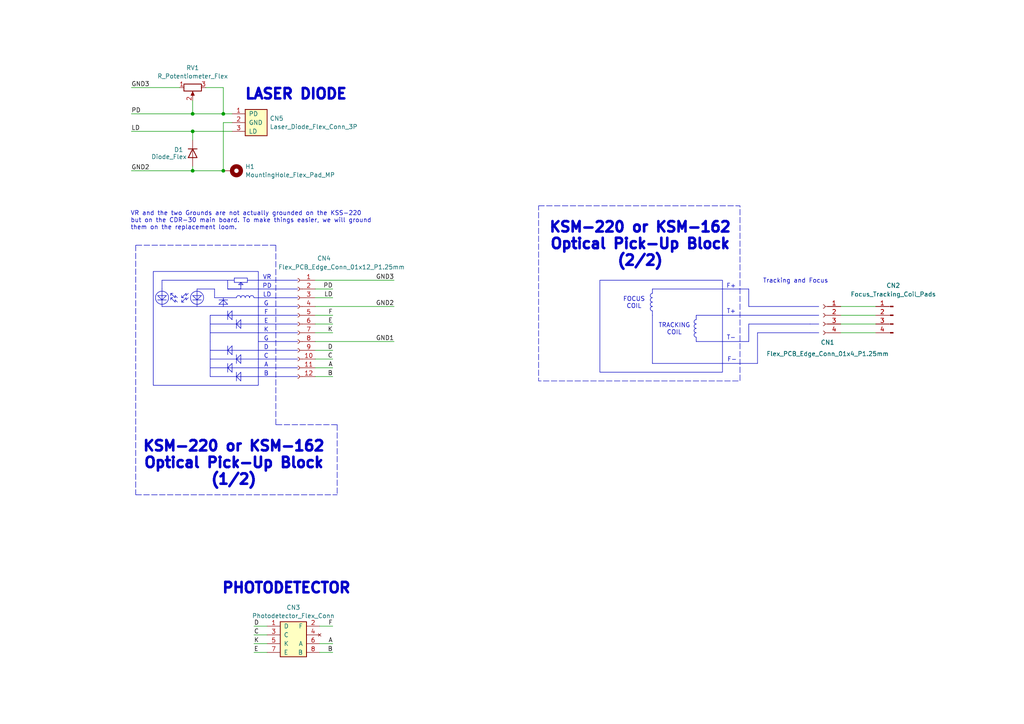
<source format=kicad_sch>
(kicad_sch (version 20231120) (generator "eeschema") (generator_version "8.0")
  (paper "A4")
  (title_block (title "KSS-220A Flexible PCBs") (date "2024-08-16") (rev "0.1"))
  (lib_symbols
    (symbol "PC-Engine_CDR-30:Diode_Flex" (pin_numbers hide) (pin_names (offset 1.016) hide)
      (property "Reference" "D" (at 0 2.54 0))
      (property "Value" "Diode_Flex" (at 0 -2.54 0))
      (symbol "Diode_Flex_0_1"
        (polyline (pts (xy -1.27 1.27) (xy -1.27 -1.27)) (stroke (width 0.254)))
        (polyline (pts (xy 1.27 0) (xy -1.27 0)))
        (polyline (pts (xy 1.27 1.27) (xy 1.27 -1.27) (xy -1.27 0) (xy 1.27 1.27)) (stroke (width 0.254)))
      )
      (symbol "Diode_Flex_1_1"
        (pin passive line (at -3.81 0 0) (length 2.54) (name "K") (number "1"))
        (pin passive line (at 3.81 0 180) (length 2.54) (name "A") (number "2"))
      )
    )
    (symbol "PC-Engine_CDR-30:Flex_PCB_Edge_Conn_01x12_P1.25mm" (pin_names (offset 1.016) hide)
      (property "Reference" "CN?" (at -3.556 16.256 0))
      (property "Value" "Flex_PCB_Edge_Conn_01x12_P1.25mm" (at 0.254 -20.32 0))
      (symbol "Flex_PCB_Edge_Conn_01x12_P1.25mm_1_1"
        (arc (start 0 -14.732) (mid -0.5058 -15.24) (end 0 -15.748) (stroke (width 0.1524)))
        (arc (start 0 -12.192) (mid -0.5058 -12.7) (end 0 -13.208) (stroke (width 0.1524)))
        (arc (start 0 -9.652) (mid -0.5058 -10.16) (end 0 -10.668) (stroke (width 0.1524)))
        (arc (start 0 -7.112) (mid -0.5058 -7.62) (end 0 -8.128) (stroke (width 0.1524)))
        (arc (start 0 -4.572) (mid -0.5058 -5.08) (end 0 -5.588) (stroke (width 0.1524)))
        (arc (start 0 -2.032) (mid -0.5058 -2.54) (end 0 -3.048) (stroke (width 0.1524)))
        (polyline (pts (xy -1.27 -15.24) (xy -0.508 -15.24)) (stroke (width 0.1524)))
        (polyline (pts (xy -1.27 -12.7) (xy -0.508 -12.7)) (stroke (width 0.1524)))
        (polyline (pts (xy -1.27 -10.16) (xy -0.508 -10.16)) (stroke (width 0.1524)))
        (polyline (pts (xy -1.27 -7.62) (xy -0.508 -7.62)) (stroke (width 0.1524)))
        (polyline (pts (xy -1.27 -5.08) (xy -0.508 -5.08)) (stroke (width 0.1524)))
        (polyline (pts (xy -1.27 -2.54) (xy -0.508 -2.54)) (stroke (width 0.1524)))
        (polyline (pts (xy -1.27 0) (xy -0.508 0)) (stroke (width 0.1524)))
        (polyline (pts (xy -1.27 2.54) (xy -0.508 2.54)) (stroke (width 0.1524)))
        (polyline (pts (xy -1.27 5.08) (xy -0.508 5.08)) (stroke (width 0.1524)))
        (polyline (pts (xy -1.27 7.62) (xy -0.508 7.62)) (stroke (width 0.1524)))
        (polyline (pts (xy -1.27 10.16) (xy -0.508 10.16)) (stroke (width 0.1524)))
        (polyline (pts (xy -1.27 12.7) (xy -0.508 12.7)) (stroke (width 0.1524)))
        (arc (start 0 0.508) (mid -0.5058 0) (end 0 -0.508) (stroke (width 0.1524)))
        (arc (start 0 3.048) (mid -0.5058 2.54) (end 0 2.032) (stroke (width 0.1524)))
        (arc (start 0 5.588) (mid -0.5058 5.08) (end 0 4.572) (stroke (width 0.1524)))
        (arc (start 0 8.128) (mid -0.5058 7.62) (end 0 7.112) (stroke (width 0.1524)))
        (arc (start 0 10.668) (mid -0.5058 10.16) (end 0 9.652) (stroke (width 0.1524)))
        (arc (start 0 13.208) (mid -0.5058 12.7) (end 0 12.192) (stroke (width 0.1524)))
        (pin passive line (at -5.08 12.7 0) (length 3.81) (name "Pin_1") (number "1"))
        (pin passive line (at -5.08 -10.16 0) (length 3.81) (name "Pin_10") (number "10"))
        (pin passive line (at -5.08 -12.7 0) (length 3.81) (name "Pin_11") (number "11"))
        (pin passive line (at -5.08 -15.24 0) (length 3.81) (name "Pin_12") (number "12"))
        (pin passive line (at -5.08 10.16 0) (length 3.81) (name "Pin_2") (number "2"))
        (pin passive line (at -5.08 7.62 0) (length 3.81) (name "Pin_3") (number "3"))
        (pin passive line (at -5.08 5.08 0) (length 3.81) (name "Pin_4") (number "4"))
        (pin passive line (at -5.08 2.54 0) (length 3.81) (name "Pin_5") (number "5"))
        (pin passive line (at -5.08 0 0) (length 3.81) (name "Pin_6") (number "6"))
        (pin passive line (at -5.08 -2.54 0) (length 3.81) (name "Pin_7") (number "7"))
        (pin passive line (at -5.08 -5.08 0) (length 3.81) (name "Pin_8") (number "8"))
        (pin passive line (at -5.08 -7.62 0) (length 3.81) (name "Pin_9") (number "9"))
      )
    )
    (symbol "PC-Engine_CDR-30:Flex_PCB_Edge_Conn_01x4_P1.25mm" (pin_names (offset 1.016) hide)
      (property "Reference" "J" (at 1.27 6.35 0))
      (property "Value" "Flex_PCB_Edge_Conn_01x4_P1.25mm" (at 0 -17.526 0))
      (symbol "Flex_PCB_Edge_Conn_01x4_P1.25mm_1_1"
        (polyline (pts (xy 0 -3.81) (xy 0.762 -3.81)) (stroke (width 0.1524)))
        (polyline (pts (xy 0 -1.27) (xy 0.762 -1.27)) (stroke (width 0.1524)))
        (polyline (pts (xy 0 1.27) (xy 0.762 1.27)) (stroke (width 0.1524)))
        (polyline (pts (xy 0 3.81) (xy 0.762 3.81)) (stroke (width 0.1524)))
        (arc (start 1.27 -3.302) (mid 0.7642 -3.81) (end 1.27 -4.318) (stroke (width 0.1524)))
        (arc (start 1.27 -0.762) (mid 0.7642 -1.27) (end 1.27 -1.778) (stroke (width 0.1524)))
        (arc (start 1.27 1.778) (mid 0.7642 1.27) (end 1.27 0.762) (stroke (width 0.1524)))
        (arc (start 1.27 4.318) (mid 0.7642 3.81) (end 1.27 3.302) (stroke (width 0.1524)))
        (pin passive line (at -3.81 3.81 0) (length 3.81) (name "Pin_1") (number "1"))
        (pin passive line (at -3.81 1.27 0) (length 3.81) (name "Pin_2") (number "2"))
        (pin passive line (at -3.81 -1.27 0) (length 3.81) (name "Pin_3") (number "3"))
        (pin passive line (at -3.81 -3.81 0) (length 3.81) (name "Pin_4") (number "4"))
      )
    )
    (symbol "PC-Engine_CDR-30:Focus_Tracking_Coil_Pads" (pin_names (offset 1.016) hide)
      (property "Reference" "J" (at 0 5.08 0))
      (property "Value" "Focus_Tracking_Coil_Pads" (at 0.254 -8.89 0))
      (symbol "Focus_Tracking_Coil_Pads_1_1"
        (polyline (pts (xy 1.27 -5.08) (xy 0.8636 -5.08)) (stroke (width 0.1524)))
        (polyline (pts (xy 1.27 -2.54) (xy 0.8636 -2.54)) (stroke (width 0.1524)))
        (polyline (pts (xy 1.27 0) (xy 0.8636 0)) (stroke (width 0.1524)))
        (polyline (pts (xy 1.27 2.54) (xy 0.8636 2.54)) (stroke (width 0.1524)))
        (rectangle (start 0 0.127) (end 0.8636 -0.127) (stroke (width 0.1524)) (fill (type outline)))
        (rectangle (start 0.8636 -4.953) (end 0 -5.207) (stroke (width 0.1524)) (fill (type outline)))
        (rectangle (start 0.8636 -2.413) (end 0 -2.667) (stroke (width 0.1524)) (fill (type outline)))
        (rectangle (start 0.8636 2.667) (end 0 2.413) (stroke (width 0.1524)) (fill (type outline)))
        (pin passive line (at 5.08 2.54 180) (length 3.81) (name "Pin_1") (number "1"))
        (pin passive line (at 5.08 0 180) (length 3.81) (name "Pin_2") (number "2"))
        (pin passive line (at 5.08 -2.54 180) (length 3.81) (name "Pin_3") (number "3"))
        (pin passive line (at 5.08 -5.08 180) (length 3.81) (name "Pin_4") (number "4"))
      )
    )
    (symbol "PC-Engine_CDR-30:Laser_Diode_Flex_Conn_3P" (pin_names (offset 1.016))
      (property "Reference" "J" (at 0 5.08 0))
      (property "Value" "Laser_Diode_Flex_Conn_3P" (at 0 -5.08 0))
      (symbol "Laser_Diode_Flex_Conn_3P_1_1"
        (rectangle (start -1.27 3.81) (end 5.08 -3.81) (stroke (width 0.254)) (fill (type background)))
        (pin passive line (at -5.08 2.54 0) (length 3.81) (name "PD") (number "1"))
        (pin passive line (at -5.08 0 0) (length 3.81) (name "GND") (number "2"))
        (pin passive line (at -5.08 -2.54 0) (length 3.81) (name "LD") (number "3"))
      )
    )
    (symbol "PC-Engine_CDR-30:MountingHole_Flex_Pad_MP" (pin_numbers hide) (pin_names (offset 1.016) hide) (exclude_from_sim yes) (in_bom no)
      (property "Reference" "H" (at 0 6.35 0))
      (property "Value" "MountingHole_Flex_Pad_MP" (at 0 4.445 0))
      (symbol "MountingHole_Flex_Pad_MP_0_1"
        (circle (center 0 1.27) (radius 1.27) (stroke (width 1.27)))
      )
      (symbol "MountingHole_Flex_Pad_MP_1_1"
        (pin input line (at 0 -2.54 90) (length 2.54) (name "MP") (number "MP"))
      )
    )
    (symbol "PC-Engine_CDR-30:Photodetector_Flex_Conn" (pin_names (offset 1.016))
      (property "Reference" "CN" (at 0 6.35 0))
      (property "Value" "Photodetector_Flex_Conn" (at 0 -6.35 0))
      (symbol "Photodetector_Flex_Conn_1_1"
        (rectangle (start -3.81 5.08) (end 3.81 -5.08) (stroke (width 0.254)) (fill (type background)))
        (pin passive line (at -7.62 3.81 0) (length 3.81) (name "D") (number "1"))
        (pin passive line (at 7.62 3.81 180) (length 3.81) (name "F") (number "2"))
        (pin passive line (at -7.62 1.27 0) (length 3.81) (name "C") (number "3"))
        (pin no_connect line (at 7.62 1.27 180) (length 3.81) (name "") (number "4"))
        (pin passive line (at -7.62 -1.27 0) (length 3.81) (name "K") (number "5"))
        (pin passive line (at 7.62 -1.27 180) (length 3.81) (name "A") (number "6"))
        (pin passive line (at -7.62 -3.81 0) (length 3.81) (name "E") (number "7"))
        (pin passive line (at 7.62 -3.81 180) (length 3.81) (name "B") (number "8"))
      )
    )
    (symbol "PC-Engine_CDR-30:R_Potentiometer_Flex" (pin_names (offset 1.016) hide)
      (property "Reference" "RV" (at -4.445 0 90))
      (property "Value" "R_Potentiometer_Flex" (at -2.54 0 90))
      (symbol "R_Potentiometer_Flex_0_1"
        (polyline (pts (xy 2.54 0) (xy 1.524 0)))
        (polyline (pts (xy 1.143 0) (xy 2.286 0.508) (xy 2.286 -0.508) (xy 1.143 0)) (fill (type outline)))
        (rectangle (start 1.016 2.54) (end -1.016 -2.54) (stroke (width 0.254)))
      )
      (symbol "R_Potentiometer_Flex_1_1"
        (pin passive line (at 0 3.81 270) (length 1.27) (name "1") (number "1"))
        (pin passive line (at 3.81 0 180) (length 1.27) (name "2") (number "2"))
        (pin passive line (at 0 -3.81 90) (length 1.27) (name "3") (number "3"))
      )
    )
  )
  (junction (at 55.88 49.53))
  (junction (at 64.77 33.02))
  (junction (at 55.88 38.1))
  (junction (at 55.88 33.02))
  (junction (at 64.77 49.53))
  (polyline (pts (xy 50.8 86.995) (xy 50.8 87.63)))
  (polyline (pts (xy 67.31 105.41) (xy 67.31 107.95)))
  (polyline (pts (xy 60.96 99.06) (xy 60.96 101.6)))
  (polyline (pts (xy 68.58 92.71) (xy 68.58 95.25)))
  (polyline (pts (xy 201.93 97.79) (xy 201.93 99.06)))
  (polyline (pts (xy 66.04 101.6) (xy 67.31 102.87)))
  (polyline (pts (xy 69.85 107.95) (xy 69.85 110.49)))
  (polyline (pts (xy 68.58 93.98) (xy 69.85 92.71)))
  (polyline (pts (xy 49.53 86.36) (xy 49.53 86.995)))
  (polyline (pts (xy 53.975 85.09) (xy 52.705 86.36)))
  (polyline (pts (xy 54.61 85.09) (xy 53.975 85.725)))
  (polyline (pts (xy 71.755 81.28) (xy 86.36 81.28)))
  (polyline (pts (xy 60.96 106.68) (xy 86.36 106.68)))
  (polyline (pts (xy 69.215 82.55) (xy 70.485 82.55)))
  (polyline (pts (xy 60.96 93.98) (xy 86.36 93.98)))
  (polyline (pts (xy 62.23 86.36) (xy 64.77 86.36)))
  (polyline (pts (xy 201.93 91.44) (xy 214.63 91.44)))
  (polyline (pts (xy 80.01 71.12) (xy 39.37 71.12)) (stroke (width 0) (type dash)))
  (polyline (pts (xy 66.04 106.68) (xy 67.31 107.95)))
  (polyline (pts (xy 45.72 86.995) (xy 48.26 86.995)))
  (wire (pts (xy 73.66 181.61) (xy 77.47 181.61)))
  (wire (pts (xy 73.66 186.69) (xy 77.47 186.69)))
  (wire (pts (xy 91.44 88.9) (xy 114.3 88.9)))
  (wire (pts (xy 64.77 35.56) (xy 67.31 35.56)))
  (polyline (pts (xy 67.31 100.33) (xy 67.31 102.87)))
  (polyline (pts (xy 64.77 86.995) (xy 63.5 88.265)))
  (wire (pts (xy 91.44 83.82) (xy 96.52 83.82)))
  (polyline (pts (xy 74.93 88.9) (xy 86.36 88.9)))
  (wire (pts (xy 91.44 101.6) (xy 96.52 101.6)))
  (polyline (pts (xy 51.435 87.63) (xy 50.8 86.995)))
  (wire (pts (xy 64.77 25.4) (xy 64.77 33.02)))
  (wire (pts (xy 73.66 184.15) (xy 77.47 184.15)))
  (polyline (pts (xy 68.58 93.98) (xy 69.85 95.25)))
  (wire (pts (xy 254 96.52) (xy 243.84 96.52)))
  (polyline (pts (xy 219.71 96.52) (xy 234.95 96.52)))
  (polyline (pts (xy 60.96 101.6) (xy 86.36 101.6)))
  (polyline (pts (xy 67.31 90.17) (xy 67.31 92.71)))
  (polyline (pts (xy 57.15 83.82) (xy 57.15 88.9)))
  (wire (pts (xy 91.44 81.28) (xy 114.3 81.28)))
  (wire (pts (xy 96.52 189.23) (xy 92.71 189.23)))
  (polyline (pts (xy 189.23 105.41) (xy 219.71 105.41)))
  (polyline (pts (xy 45.72 85.725) (xy 48.26 85.725)))
  (polyline (pts (xy 69.85 102.87) (xy 69.85 105.41)))
  (polyline (pts (xy 60.96 104.14) (xy 86.36 104.14)))
  (polyline (pts (xy 64.77 88.9) (xy 64.77 86.36)))
  (polyline (pts (xy 86.36 83.82) (xy 66.04 83.82)))
  (polyline (pts (xy 66.04 91.44) (xy 67.31 90.17)))
  (polyline (pts (xy 66.04 105.41) (xy 66.04 107.95)))
  (polyline (pts (xy 66.04 83.82) (xy 69.85 83.82)))
  (polyline (pts (xy 66.04 106.68) (xy 67.31 105.41)))
  (polyline (pts (xy 69.85 81.915) (xy 70.485 82.55)))
  (polyline (pts (xy 57.15 83.82) (xy 62.23 83.82)))
  (polyline (pts (xy 54.61 86.36) (xy 53.975 86.995)))
  (wire (pts (xy 64.77 35.56) (xy 64.77 49.53)))
  (wire (pts (xy 55.88 49.53) (xy 64.77 49.53)))
  (wire (pts (xy 91.44 99.06) (xy 114.3 99.06)))
  (wire (pts (xy 59.69 25.4) (xy 64.77 25.4)))
  (polyline (pts (xy 46.99 81.28) (xy 46.99 83.82)))
  (polyline (pts (xy 62.23 83.82) (xy 62.23 86.36)))
  (polyline (pts (xy 50.165 85.09) (xy 49.53 85.09)))
  (polyline (pts (xy 189.23 83.82) (xy 217.17 83.82)))
  (polyline (pts (xy 66.04 86.995) (xy 63.5 86.995)))
  (polyline (pts (xy 189.23 83.82) (xy 189.23 85.09)))
  (wire (pts (xy 38.1 25.4) (xy 52.07 25.4)))
  (polyline (pts (xy 55.88 85.725) (xy 58.42 85.725)))
  (polyline (pts (xy 68.58 104.14) (xy 69.85 102.87)))
  (polyline (pts (xy 50.8 85.725) (xy 50.8 86.36)))
  (polyline (pts (xy 49.53 85.09) (xy 49.53 85.725)))
  (wire (pts (xy 73.66 189.23) (xy 77.47 189.23)))
  (polyline (pts (xy 97.79 123.19) (xy 97.79 143.51)) (stroke (width 0) (type dash)))
  (polyline (pts (xy 217.17 88.9) (xy 217.17 83.82)))
  (polyline (pts (xy 51.435 86.36) (xy 50.8 85.725)))
  (polyline (pts (xy 73.66 86.36) (xy 86.36 86.36)))
  (polyline (pts (xy 68.58 102.87) (xy 68.58 105.41)))
  (wire (pts (xy 91.44 109.22) (xy 96.52 109.22)))
  (wire (pts (xy 254 91.44) (xy 243.84 91.44)))
  (wire (pts (xy 55.88 33.02) (xy 55.88 29.21)))
  (polyline (pts (xy 60.96 109.22) (xy 60.96 101.6)))
  (polyline (pts (xy 97.79 123.19) (xy 80.01 123.19)) (stroke (width 0) (type dash)))
  (polyline (pts (xy 74.93 99.06) (xy 86.36 99.06)))
  (polyline (pts (xy 53.975 86.36) (xy 52.705 87.63)))
  (wire (pts (xy 254 88.9) (xy 243.84 88.9)))
  (wire (pts (xy 91.44 106.68) (xy 96.52 106.68)))
  (polyline (pts (xy 66.04 90.17) (xy 66.04 92.71)))
  (polyline (pts (xy 46.99 83.82) (xy 46.99 88.9)))
  (polyline (pts (xy 66.04 81.28) (xy 66.04 83.82)))
  (polyline (pts (xy 57.15 86.995) (xy 58.42 85.725)))
  (polyline (pts (xy 52.705 87.63) (xy 52.705 86.995)))
  (polyline (pts (xy 53.34 86.36) (xy 52.705 86.36)))
  (polyline (pts (xy 53.975 86.995) (xy 53.975 86.36)))
  (polyline (pts (xy 64.77 86.36) (xy 68.58 86.36)))
  (polyline (pts (xy 66.04 100.33) (xy 66.04 102.87)))
  (polyline (pts (xy 217.17 99.06) (xy 214.63 99.06)))
  (polyline (pts (xy 46.99 86.995) (xy 48.26 85.725)))
  (wire (pts (xy 96.52 96.52) (xy 91.44 96.52)))
  (polyline (pts (xy 50.8 87.63) (xy 49.53 86.36)))
  (polyline (pts (xy 68.58 109.22) (xy 69.85 107.95)))
  (polyline (pts (xy 69.85 81.915) (xy 69.85 83.82)))
  (polyline (pts (xy 86.36 109.22) (xy 60.96 109.22)))
  (polyline (pts (xy 219.71 96.52) (xy 219.71 105.41)))
  (wire (pts (xy 96.52 91.44) (xy 91.44 91.44)))
  (polyline (pts (xy 53.34 87.63) (xy 52.705 87.63)))
  (polyline (pts (xy 201.93 99.06) (xy 214.63 99.06)))
  (polyline (pts (xy 60.96 91.44) (xy 86.36 91.44)))
  (polyline (pts (xy 201.93 91.44) (xy 201.93 92.71)))
  (polyline (pts (xy 234.95 91.44) (xy 237.49 91.44)))
  (polyline (pts (xy 68.58 104.14) (xy 69.85 105.41)))
  (polyline (pts (xy 60.96 99.06) (xy 60.96 91.44)))
  (polyline (pts (xy 189.23 90.17) (xy 189.23 91.44)))
  (polyline (pts (xy 46.99 86.995) (xy 45.72 85.725)))
  (wire (pts (xy 64.77 33.02) (xy 67.31 33.02)))
  (polyline (pts (xy 60.96 96.52) (xy 86.36 96.52)))
  (polyline (pts (xy 80.01 123.19) (xy 80.01 71.12)) (stroke (width 0) (type dash)))
  (polyline (pts (xy 189.23 91.44) (xy 189.23 105.41)))
  (wire (pts (xy 96.52 181.61) (xy 92.71 181.61)))
  (wire (pts (xy 55.88 48.26) (xy 55.88 49.53)))
  (polyline (pts (xy 64.77 86.995) (xy 66.04 88.265)))
  (polyline (pts (xy 234.95 93.98) (xy 237.49 93.98)))
  (polyline (pts (xy 46.99 88.9) (xy 74.93 88.9)))
  (polyline (pts (xy 46.99 81.28) (xy 67.945 81.28)))
  (wire (pts (xy 55.88 38.1) (xy 55.88 40.64)))
  (wire (pts (xy 96.52 186.69) (xy 92.71 186.69)))
  (polyline (pts (xy 39.37 71.12) (xy 39.37 143.51)) (stroke (width 0) (type dash)))
  (polyline (pts (xy 66.04 101.6) (xy 67.31 100.33)))
  (polyline (pts (xy 53.975 85.725) (xy 53.975 85.09)))
  (polyline (pts (xy 66.04 91.44) (xy 67.31 92.71)))
  (polyline (pts (xy 68.58 107.95) (xy 68.58 110.49)))
  (polyline (pts (xy 234.95 96.52) (xy 237.49 96.52)))
  (wire (pts (xy 96.52 93.98) (xy 91.44 93.98)))
  (wire (pts (xy 38.1 33.02) (xy 55.88 33.02)))
  (wire (pts (xy 38.1 38.1) (xy 55.88 38.1)))
  (polyline (pts (xy 68.58 109.22) (xy 69.85 110.49)))
  (polyline (pts (xy 217.17 88.9) (xy 237.49 88.9)))
  (polyline (pts (xy 50.8 86.36) (xy 49.53 85.09)))
  (polyline (pts (xy 55.88 86.995) (xy 58.42 86.995)))
  (polyline (pts (xy 52.705 86.36) (xy 52.705 85.725)))
  (polyline (pts (xy 57.15 86.995) (xy 55.88 85.725)))
  (polyline (pts (xy 217.17 93.98) (xy 217.17 99.06)))
  (polyline (pts (xy 39.37 143.51) (xy 97.79 143.51)) (stroke (width 0) (type dash)))
  (polyline (pts (xy 214.63 91.44) (xy 234.95 91.44)))
  (polyline (pts (xy 50.165 86.36) (xy 49.53 86.36)))
  (wire (pts (xy 38.1 49.53) (xy 55.88 49.53)))
  (wire (pts (xy 254 93.98) (xy 243.84 93.98)))
  (polyline (pts (xy 69.85 92.71) (xy 69.85 95.25)))
  (polyline (pts (xy 217.17 93.98) (xy 234.95 93.98)))
  (wire (pts (xy 91.44 104.14) (xy 96.52 104.14)))
  (wire (pts (xy 91.44 86.36) (xy 96.52 86.36)))
  (wire (pts (xy 55.88 38.1) (xy 67.31 38.1)))
  (wire (pts (xy 55.88 33.02) (xy 64.77 33.02)))
  (polyline (pts (xy 69.215 82.55) (xy 69.85 81.915)))
  (polyline (pts (xy 66.04 88.265) (xy 63.5 88.265)))
  (arc (start 201.93 95.25) (mid 201.3099 94.6199) (end 201.93 93.98))
  (arc (start 69.85 86.36) (mid 70.485 85.725) (end 71.12 86.36))
  (arc (start 68.58 86.36) (mid 69.215 85.725) (end 69.85 86.36))
  (arc (start 201.93 93.98) (mid 201.3099 93.3499) (end 201.93 92.71))
  (arc (start 201.93 97.79) (mid 201.3099 97.1599) (end 201.93 96.52))
  (arc (start 72.39 86.36) (mid 73.025 85.725) (end 73.66 86.36))
  (arc (start 201.93 96.52) (mid 201.3099 95.8899) (end 201.93 95.25))
  (arc (start 71.12 86.36) (mid 71.755 85.725) (end 72.39 86.36))
  (circle (center 57.15 86.36) (radius 1.905))
  (rectangle (start 67.945 80.645) (end 71.755 81.915))
  (rectangle (start 173.99 81.28) (end 209.55 107.95))
  (circle (center 46.99 86.36) (radius 1.905))
  (rectangle (start 44.45 78.74) (end 74.93 111.76))
  (arc (start 189.23 90.17) (mid 188.6099 89.5399) (end 189.23 88.9))
  (arc (start 189.23 88.9) (mid 188.6099 88.2699) (end 189.23 87.63))
  (arc (start 189.23 86.36) (mid 188.6099 85.7299) (end 189.23 85.09))
  (rectangle (start 156.21 59.69) (end 214.63 110.49) (stroke (width 0) (type dash)))
  (arc (start 189.23 87.63) (mid 188.6099 86.9999) (end 189.23 86.36))
  (text "PHOTODETECTOR" (at 83.058 170.688 0) (effects (font (size 3 3) (thickness 1) (bold yes))))
  (text "G" (at 77.216 88.138 0) (effects (font (size 1.27 1.27))))
  (text "T-" (at 212.09 98.044 0) (effects (font (size 1.27 1.27))))
  (text "KSM-220 or KSM-162\nOptical Pick-Up Block\n(2/2)" (at 185.674 70.866 0) (effects (font (size 3 3) (thickness 1) (bold yes))))
  (text "TRACKING\nCOIL" (at 195.58 95.504 0) (effects (font (size 1.27 1.27))))
  (text "B" (at 77.216 108.458 0) (effects (font (size 1.27 1.27))))
  (text "PD" (at 77.47 83.058 0) (effects (font (size 1.27 1.27))))
  (text "KSM-220 or KSM-162\nOptical Pick-Up Block\n(1/2)" (at 67.818 134.366 0) (effects (font (size 3 3) (thickness 1) (bold yes))))
  (text "LASER DIODE" (at 85.852 27.432 0) (effects (font (size 3 3) (thickness 1) (bold yes))))
  (text "E" (at 77.216 93.218 0) (effects (font (size 1.27 1.27))))
  (text "VR" (at 77.47 80.518 0) (effects (font (size 1.27 1.27))))
  (text "G" (at 77.216 98.298 0) (effects (font (size 1.27 1.27))))
  (text "C" (at 77.216 103.378 0) (effects (font (size 1.27 1.27))))
  (text "VR and the two Grounds are not actually grounded on the KSS-220\nbut on the CDR-30 main board. To make things easier, we will ground\nthem on the replacement loom.\n" (at 37.846 66.802 0) (effects (font (size 1.27 1.27)) (justify left bottom)))
  (text "T+" (at 212.09 90.424 0) (effects (font (size 1.27 1.27))))
  (text "Tracking and Focus\n" (at 221.234 82.296 0) (effects (font (size 1.27 1.27)) (justify left bottom)))
  (text "F+" (at 212.09 83.058 0) (effects (font (size 1.27 1.27))))
  (text "A" (at 77.216 105.918 0) (effects (font (size 1.27 1.27))))
  (text "D" (at 77.216 100.838 0) (effects (font (size 1.27 1.27))))
  (text "F-" (at 212.344 104.394 0) (effects (font (size 1.27 1.27))))
  (text "LD" (at 77.47 85.598 0) (effects (font (size 1.27 1.27))))
  (text "FOCUS\nCOIL" (at 183.896 87.884 0) (effects (font (size 1.27 1.27))))
  (text "K" (at 77.216 95.758 0) (effects (font (size 1.27 1.27))))
  (text "F" (at 77.216 90.678 0) (effects (font (size 1.27 1.27))))
  (label "B" (at 96.52 189.23 180))
  (label "LD" (at 96.52 86.36 180))
  (label "A" (at 96.52 186.69 180))
  (label "A" (at 96.52 106.68 180))
  (label "D" (at 96.52 101.6 180))
  (label "GND3" (at 114.3 81.28 180))
  (label "PD" (at 38.1 33.02 0))
  (label "C" (at 73.66 184.15 0))
  (label "GND1" (at 114.3 99.06 180))
  (label "LD" (at 38.1 38.1 0))
  (label "PD" (at 96.52 83.82 180))
  (label "GND2" (at 38.1 49.53 0))
  (label "F" (at 96.52 181.61 180))
  (label "K" (at 73.66 186.69 0))
  (label "F" (at 96.52 91.44 180))
  (label "E" (at 96.52 93.98 180))
  (label "GND2" (at 114.3 88.9 180))
  (label "E" (at 73.66 189.23 0))
  (label "B" (at 96.52 109.22 180))
  (label "D" (at 73.66 181.61 0))
  (label "GND3" (at 38.1 25.4 0))
  (label "C" (at 96.52 104.14 180))
  (label "K" (at 96.52 96.52 180))
  (symbol (lib_id "PC-Engine_CDR-30:Photodetector_Flex_Conn") (at 85.09 185.42 0) (unit 1)
    (property "Reference" "CN3" (at 85.09 176.1955 0))
    (property "Value" "Photodetector_Flex_Conn" (at 85.09 178.6198 0))
    (property "Footprint" "CDR-30A:FLEX_SOIC-LIKE_8_3.9x4.9mm_P1.27mm" (effects (hide yes)))
    (property "Description" "Photodetector Flex Conn 02x04 Odd_Even 8Pos 1.27mm pitch" (effects (hide yes)))
  )
  (symbol (lib_id "PC-Engine_CDR-30:R_Potentiometer_Flex") (at 55.88 25.4 90) (mirror x) (unit 1)
    (property "Reference" "RV1" (at 55.88 19.6737 90))
    (property "Value" "R_Potentiometer_Flex" (at 55.88 22.098 90))
    (property "Footprint" "CDR-30A:Potentiometer_Flex_Pads" (effects (hide yes)))
    (property "Description" "Potentiometer on lens flex PCB" (effects (hide yes)))
  )
  (symbol (lib_id "PC-Engine_CDR-30:Diode_Flex") (at 55.88 44.45 90) (mirror x) (unit 1)
    (property "Reference" "D1" (at 51.816 43.434 90))
    (property "Value" "Diode_Flex" (at 49.022 45.466 90))
    (property "Footprint" "CDR-30A:Diode_Flex_Pads" (effects (hide yes)))
    (property "Description" "Diode" (effects (hide yes)))
    (property "Sim.Device" "D" (effects (hide yes)))
    (property "Sim.Pins" "1=K 2=A" (effects (hide yes)))
  )
  (symbol (lib_id "PC-Engine_CDR-30:Flex_PCB_Edge_Conn_01x12_P1.25mm") (at 86.36 93.98 0) (mirror y) (unit 1)
    (property "Reference" "CN4" (at 93.98 74.93 0))
    (property "Value" "Flex_PCB_Edge_Conn_01x12_P1.25mm" (at 99.06 77.47 0))
    (property "Footprint" "CDR-30A:Flexible_PCB_Conn_1x12_P1.25mm" (effects (hide yes)))
    (property "Description" "Flex PCB Edge connector, 12 Pos, 1.25mm Pitch" (effects (hide yes)))
  )
  (symbol (lib_id "PC-Engine_CDR-30:Flex_PCB_Edge_Conn_01x4_P1.25mm") (at 240.03 92.71 0) (mirror y) (unit 1)
    (property "Reference" "CN1" (at 240.03 99.314 0))
    (property "Value" "Flex_PCB_Edge_Conn_01x4_P1.25mm" (at 240.03 102.616 0))
    (property "Footprint" "CDR-30A:Flexible_PCB_Conn_1x4_P1.25mm" (effects (hide yes)))
    (property "Description" "Flex Edge Connector, single row, 4P, P1.25mm" (effects (hide yes)))
  )
  (symbol (lib_id "PC-Engine_CDR-30:Focus_Tracking_Coil_Pads") (at 259.08 91.44 0) (mirror y) (unit 1)
    (property "Reference" "CN2" (at 259.08 82.804 0))
    (property "Value" "Focus_Tracking_Coil_Pads" (at 259.08 85.344 0))
    (property "Footprint" "CDR-30A:Focus_Tracking_Coil_Pads" (effects (hide yes)))
    (property "Description" "Focus and T racking Coil Pads, 4 Pos" (effects (hide yes)))
  )
  (symbol (lib_id "PC-Engine_CDR-30:MountingHole_Flex_Pad_MP") (at 67.31 49.53 270) (unit 1) (exclude_from_sim yes) (in_bom no)
    (property "Reference" "H1" (at 71.12 48.3178 90) (effects (justify left)))
    (property "Value" "MountingHole_Flex_Pad_MP" (at 71.12 50.7421 90) (effects (justify left)))
    (property "Footprint" "CDR-30A:MountingHole_1.6mm_Pad" (effects (hide yes)))
    (property "Description" "Mounting Hole with connection as pad named MP" (effects (hide yes)))
  )
  (symbol (lib_id "PC-Engine_CDR-30:Laser_Diode_Flex_Conn_3P") (at 72.39 35.56 0) (unit 1)
    (property "Reference" "CN5" (at 78.232 34.3478 0) (effects (justify left)))
    (property "Value" "Laser_Diode_Flex_Conn_3P" (at 78.232 36.7721 0) (effects (justify left)))
    (property "Footprint" "CDR-30A:Laser_Diode_Pads" (effects (hide yes)))
    (property "Description" "Laser Diode Flex Conn 3P" (effects (hide yes)))
  )
)
</source>
